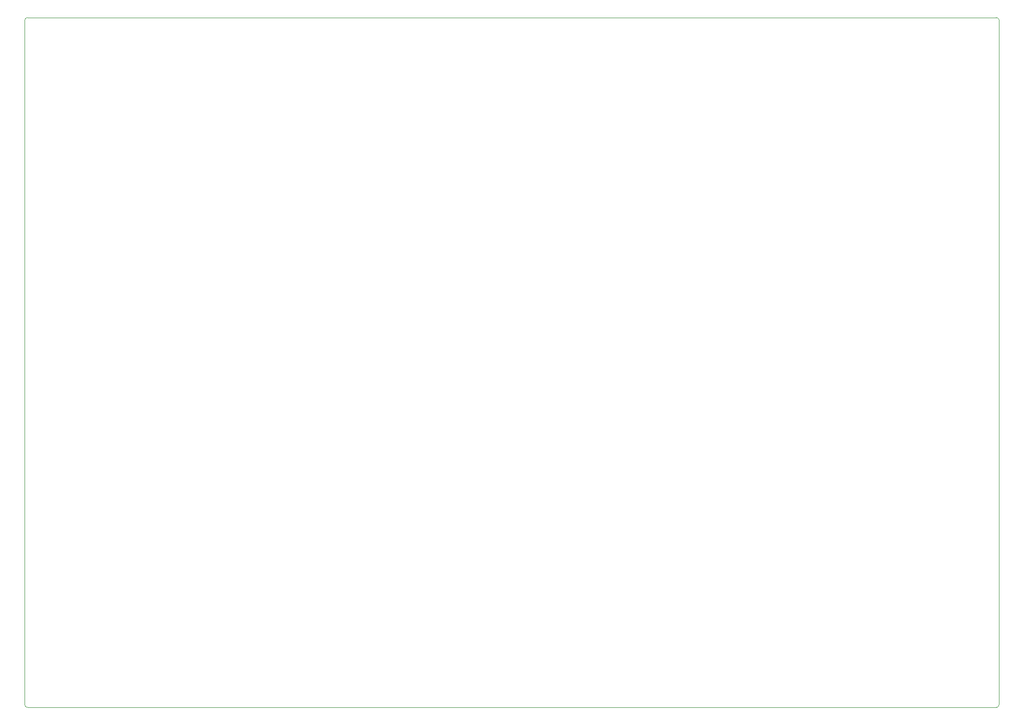
<source format=gbr>
G04 GENERATED BY PULSONIX 7.0 GERBER.DLL 4573*
%INHILLSTAR_140X90_EL_V1_0*%
%LNGERBER_BOARD*%
%FSLAX33Y33*%
%IPPOS*%
%LPD*%
%OFA0B0*%
%MOMM*%
%ADD346C,0.100*%
X0Y0D02*
D02*
D346*
X47916Y186012D02*
X214916D01*
G75*
G02X215416Y185512J-500*
G01*
Y67512*
G75*
G02X214916Y67012I-500*
G01*
X47916*
G75*
G02X47416Y67512J500*
G01*
Y185512*
G75*
G02X47916Y186012I500*
G01*
X0Y0D02*
M02*

</source>
